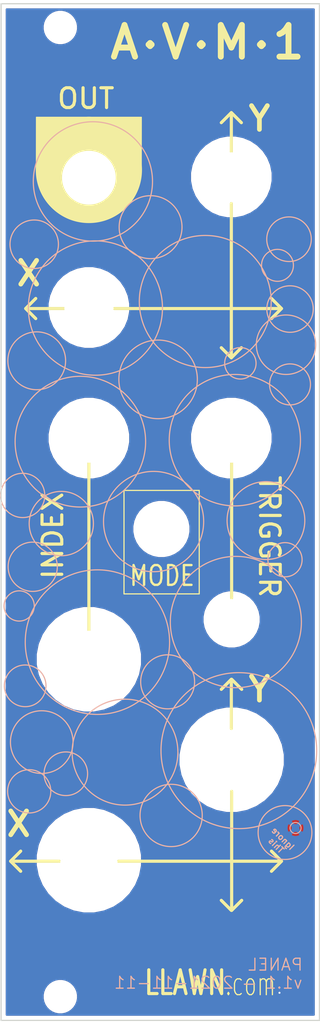
<source format=kicad_pcb>
(kicad_pcb (version 20171130) (host pcbnew "(5.1.10-1-10_14)")

  (general
    (thickness 1.6)
    (drawings 104)
    (tracks 1)
    (zones 0)
    (modules 13)
    (nets 2)
  )

  (page A4)
  (title_block
    (title "AVM1: Front Panel")
    (date 2021-11-11)
    (rev V1.1)
    (company LLAWN.com)
  )

  (layers
    (0 Top signal)
    (31 Bottom signal)
    (34 B.Paste user)
    (35 F.Paste user)
    (36 B.SilkS user)
    (37 F.SilkS user)
    (38 B.Mask user)
    (39 F.Mask user)
    (40 Dwgs.User user hide)
    (41 Cmts.User user hide)
    (42 Eco1.User user)
    (43 Eco2.User user)
    (44 Edge.Cuts user)
    (45 Margin user)
    (46 B.CrtYd user)
    (47 F.CrtYd user)
  )

  (setup
    (last_trace_width 0.1524)
    (user_trace_width 1)
    (trace_clearance 0.1524)
    (zone_clearance 0.508)
    (zone_45_only yes)
    (trace_min 0.1524)
    (via_size 0.508)
    (via_drill 0.254)
    (via_min_size 0.508)
    (via_min_drill 0.254)
    (uvia_size 0.508)
    (uvia_drill 0.254)
    (uvias_allowed no)
    (uvia_min_size 0.2)
    (uvia_min_drill 0.1)
    (edge_width 0.15)
    (segment_width 0.2)
    (pcb_text_width 0.3)
    (pcb_text_size 1.5 1.5)
    (mod_edge_width 0.15)
    (mod_text_size 1 1)
    (mod_text_width 0.15)
    (pad_size 1.524 1.524)
    (pad_drill 0.762)
    (pad_to_mask_clearance 0.0508)
    (aux_axis_origin 0 0)
    (visible_elements FFFFFF7F)
    (pcbplotparams
      (layerselection 0x010f0_ffffffff)
      (usegerberextensions true)
      (usegerberattributes false)
      (usegerberadvancedattributes false)
      (creategerberjobfile false)
      (excludeedgelayer true)
      (linewidth 0.100000)
      (plotframeref false)
      (viasonmask false)
      (mode 1)
      (useauxorigin false)
      (hpglpennumber 1)
      (hpglpenspeed 20)
      (hpglpendiameter 15.000000)
      (psnegative false)
      (psa4output false)
      (plotreference true)
      (plotvalue true)
      (plotinvisibletext false)
      (padsonsilk false)
      (subtractmaskfromsilk true)
      (outputformat 1)
      (mirror false)
      (drillshape 0)
      (scaleselection 1)
      (outputdirectory "gerbers/"))
  )

  (net 0 "")
  (net 1 GND)

  (net_class Default "This is the default net class."
    (clearance 0.1524)
    (trace_width 0.1524)
    (via_dia 0.508)
    (via_drill 0.254)
    (uvia_dia 0.508)
    (uvia_drill 0.254)
    (diff_pair_width 0.1524)
    (diff_pair_gap 0.1524)
    (add_net GND)
  )

  (module MountingHole:MountingHole_3.2mm_M3 locked (layer Top) (tedit 56D1B4CB) (tstamp 618E2DB1)
    (at 70.55296 150.34882)
    (descr "Mounting Hole 3.2mm, no annular, M3")
    (tags "mounting hole 3.2mm no annular m3")
    (attr virtual)
    (fp_text reference REF** (at 0 -4.2) (layer F.SilkS) hide
      (effects (font (size 1 1) (thickness 0.15)))
    )
    (fp_text value M3 (at 0 4.2) (layer F.Fab)
      (effects (font (size 1 1) (thickness 0.15)))
    )
    (fp_circle (center 0 0) (end 3.45 0) (layer F.CrtYd) (width 0.05))
    (fp_circle (center 0 0) (end 3.2 0) (layer Cmts.User) (width 0.15))
    (fp_text user %R (at 0.3 0) (layer F.Fab) hide
      (effects (font (size 1 1) (thickness 0.15)))
    )
    (pad 1 np_thru_hole circle (at 0 0) (size 3.2 3.2) (drill 3.2) (layers *.Cu *.Mask))
  )

  (module MountingHole:MountingHole_3.2mm_M3 locked (layer Top) (tedit 56D1B4CB) (tstamp 618E2D98)
    (at 70.55296 27.84882)
    (descr "Mounting Hole 3.2mm, no annular, M3")
    (tags "mounting hole 3.2mm no annular m3")
    (attr virtual)
    (fp_text reference REF** (at 0 -4.2) (layer F.SilkS) hide
      (effects (font (size 1 1) (thickness 0.15)))
    )
    (fp_text value M3 (at 0 4.2) (layer F.Fab)
      (effects (font (size 1 1) (thickness 0.15)))
    )
    (fp_circle (center 0 0) (end 3.45 0) (layer F.CrtYd) (width 0.05))
    (fp_circle (center 0 0) (end 3.2 0) (layer Cmts.User) (width 0.15))
    (fp_text user %R (at 0.3 0) (layer F.Fab) hide
      (effects (font (size 1 1) (thickness 0.15)))
    )
    (pad 1 np_thru_hole circle (at 0 0) (size 3.2 3.2) (drill 3.2) (layers *.Cu *.Mask))
  )

  (module TestPoint:TestPoint_Pad_D1.0mm (layer Bottom) (tedit 5A0F774F) (tstamp 618E2A86)
    (at 100.33 129.032 180)
    (descr "SMD pad as test Point, diameter 1.0mm")
    (tags "test point SMD pad")
    (path /618DD89D)
    (attr virtual)
    (fp_text reference J1 (at 0 1.448) (layer B.SilkS) hide
      (effects (font (size 1 1) (thickness 0.15)) (justify mirror))
    )
    (fp_text value DNP (at 0 -1.55) (layer B.Fab)
      (effects (font (size 1 1) (thickness 0.15)) (justify mirror))
    )
    (fp_circle (center 0 0) (end 0 -0.7) (layer B.SilkS) (width 0.12))
    (fp_circle (center 0 0) (end 1 0) (layer B.CrtYd) (width 0.05))
    (fp_text user %R (at 0 1.45) (layer B.Fab) hide
      (effects (font (size 1 1) (thickness 0.15)) (justify mirror))
    )
    (pad 1 smd circle (at 0 0 180) (size 1 1) (layers Bottom B.Mask)
      (net 1 GND))
  )

  (module jwm_kicad_footprints_misc:MountingHole_7.2mm_For_Potentiometer_Alpha_RD901F-40-00D locked (layer Top) (tedit 5FC8354B) (tstamp 618E120A)
    (at 74.168 133.103)
    (descr "Mounting Hole 6.4mm, no annular, M6, DIN965")
    (tags "mounting hole 6.4mm no annular m6 din965")
    (clearance 3)
    (attr virtual)
    (fp_text reference X (at -8.89 -4.579) (layer F.SilkS)
      (effects (font (size 3 3) (thickness 0.6)))
    )
    (fp_text value MountingHole_7.2mm_For_Potentiometer_Alpha_RD901F-40-00D (at 0 6.5) (layer F.Fab)
      (effects (font (size 1 1) (thickness 0.15)))
    )
    (fp_circle (center 0 0) (end 6.4 0) (layer F.CrtYd) (width 0.05))
    (fp_circle (center 0 0) (end 6 0) (layer Cmts.User) (width 0.15))
    (fp_text user %R (at 0.3 0) (layer F.Fab)
      (effects (font (size 1 1) (thickness 0.15)))
    )
    (pad "" np_thru_hole circle (at 0 0) (size 7.2 7.2) (drill 7.2) (layers *.Cu *.Mask))
  )

  (module jwm_kicad_footprints_misc:MountingHole_7.2mm_For_Potentiometer_Alpha_RD901F-40-00D locked (layer Top) (tedit 5FC8354B) (tstamp 618E3637)
    (at 92.242 120.403)
    (descr "Mounting Hole 6.4mm, no annular, M6, DIN965")
    (tags "mounting hole 6.4mm no annular m6 din965")
    (clearance 3)
    (attr virtual)
    (fp_text reference Y (at 3.516 -8.897) (layer F.SilkS)
      (effects (font (size 3 3) (thickness 0.6)))
    )
    (fp_text value MountingHole_7.2mm_For_Potentiometer_Alpha_RD901F-40-00D (at 0 6.5) (layer F.Fab)
      (effects (font (size 1 1) (thickness 0.15)))
    )
    (fp_circle (center 0 0) (end 6.4 0) (layer F.CrtYd) (width 0.05))
    (fp_circle (center 0 0) (end 6 0) (layer Cmts.User) (width 0.15))
    (fp_text user %R (at 0.3 0) (layer F.Fab)
      (effects (font (size 1 1) (thickness 0.15)))
    )
    (pad "" np_thru_hole circle (at 0 0) (size 7.2 7.2) (drill 7.2) (layers *.Cu *.Mask))
  )

  (module jwm_kicad_footprints_misc:MountingHole_7.2mm_For_Potentiometer_Alpha_RD901F-40-00D locked (layer Top) (tedit 5FC8354B) (tstamp 618E11E8)
    (at 74.168 107.703)
    (descr "Mounting Hole 6.4mm, no annular, M6, DIN965")
    (tags "mounting hole 6.4mm no annular m6 din965")
    (clearance 3)
    (attr virtual)
    (fp_text reference INDEX (at -4.572 -15.628 90) (layer F.SilkS)
      (effects (font (size 2.5 2.5) (thickness 0.4)))
    )
    (fp_text value MountingHole_7.2mm_For_Potentiometer_Alpha_RD901F-40-00D (at 0 6.5) (layer F.Fab)
      (effects (font (size 1 1) (thickness 0.15)))
    )
    (fp_circle (center 0 0) (end 6.4 0) (layer F.CrtYd) (width 0.05))
    (fp_circle (center 0 0) (end 6 0) (layer Cmts.User) (width 0.15))
    (fp_text user %R (at 0.3 0) (layer F.Fab)
      (effects (font (size 1 1) (thickness 0.15)))
    )
    (pad "" np_thru_hole circle (at 0 0) (size 7.2 7.2) (drill 7.2) (layers *.Cu *.Mask))
  )

  (module jwm_kicad_footprints_misc:MountingHole_5.1mm_For_E-Switch_Button_Cap_1R locked (layer Top) (tedit 604D19DF) (tstamp 618E11D7)
    (at 92.238 102.668)
    (descr "Mounting Hole 6.4mm, no annular, M6, DIN965")
    (tags "mounting hole 6.4mm no annular m6 din965")
    (clearance 1)
    (attr virtual)
    (fp_text reference TRIGGER (at 4.79 -10.466 270 unlocked) (layer F.SilkS)
      (effects (font (size 2.5 2.5) (thickness 0.4)))
    )
    (fp_text value MountingHole_5.1mm_For_E-Switch_Button_Cap_1R (at 0 5.334) (layer F.Fab)
      (effects (font (size 1 1) (thickness 0.15)))
    )
    (fp_circle (center 0 0) (end 3 0) (layer F.CrtYd) (width 0.05))
    (fp_circle (center 0 0) (end 2.6 0) (layer Cmts.User) (width 0.15))
    (fp_text user %R (at 0.3 0) (layer F.Fab)
      (effects (font (size 1 1) (thickness 0.15)))
    )
    (pad "" np_thru_hole circle (at 0 0) (size 5.1 5.1) (drill 5.1) (layers *.Cu *.Mask))
  )

  (module jwm_kicad_footprints_misc:MountingHole_5.1mm_For_E-Switch_Button_Cap_1R locked (layer Top) (tedit 604D19DF) (tstamp 618E11C6)
    (at 83.348 91.238)
    (descr "Mounting Hole 6.4mm, no annular, M6, DIN965")
    (tags "mounting hole 6.4mm no annular m6 din965")
    (clearance 1)
    (attr virtual)
    (fp_text reference MODE (at 0.091 5.917) (layer F.SilkS)
      (effects (font (size 2.5 2) (thickness 0.3)))
    )
    (fp_text value MountingHole_5.1mm_For_E-Switch_Button_Cap_1R (at 0 5.334) (layer F.Fab)
      (effects (font (size 1 1) (thickness 0.15)))
    )
    (fp_circle (center 0 0) (end 3 0) (layer F.CrtYd) (width 0.05))
    (fp_circle (center 0 0) (end 2.6 0) (layer Cmts.User) (width 0.15))
    (fp_text user %R (at 0.3 0) (layer F.Fab)
      (effects (font (size 1 1) (thickness 0.15)))
    )
    (pad "" np_thru_hole circle (at 0 0) (size 5.1 5.1) (drill 5.1) (layers *.Cu *.Mask))
  )

  (module jwm_kicad_footprints_misc:MountingHole_6.2mm_For_Jack_3.5mm_QingPu_WQP-PJ398SM locked (layer Top) (tedit 5FC834A0) (tstamp 618E11AA)
    (at 92.202 79.753)
    (descr "Mounting Hole 6.4mm, no annular, M6, DIN965")
    (tags "mounting hole 6.4mm no annular m6 din965")
    (clearance 2)
    (attr virtual)
    (fp_text reference TRIGGER (at 0 -6.5) (layer F.SilkS) hide
      (effects (font (size 1 1) (thickness 0.15)))
    )
    (fp_text value MountingHole_6.2mm_For_Jack_3.5mm_QingPu_WQP-PJ398SM (at 0 6.5) (layer F.Fab)
      (effects (font (size 1 1) (thickness 0.15)))
    )
    (fp_circle (center 0 0) (end 4.4 0) (layer F.CrtYd) (width 0.05))
    (fp_circle (center 0 0) (end 4 0) (layer Cmts.User) (width 0.15))
    (fp_text user %R (at 0.3 0) (layer F.Fab)
      (effects (font (size 1 1) (thickness 0.15)))
    )
    (pad "" np_thru_hole circle (at 0 0) (size 6.2 6.2) (drill 6.2) (layers *.Cu *.Mask))
  )

  (module jwm_kicad_footprints_misc:MountingHole_6.2mm_For_Jack_3.5mm_QingPu_WQP-PJ398SM locked (layer Top) (tedit 5FC834A0) (tstamp 618E1199)
    (at 74.168 79.753)
    (descr "Mounting Hole 6.4mm, no annular, M6, DIN965")
    (tags "mounting hole 6.4mm no annular m6 din965")
    (clearance 2)
    (attr virtual)
    (fp_text reference INDEX (at 0 -6.5) (layer F.SilkS) hide
      (effects (font (size 1 1) (thickness 0.15)))
    )
    (fp_text value MountingHole_6.2mm_For_Jack_3.5mm_QingPu_WQP-PJ398SM (at 0 6.5) (layer F.Fab)
      (effects (font (size 1 1) (thickness 0.15)))
    )
    (fp_circle (center 0 0) (end 4.4 0) (layer F.CrtYd) (width 0.05))
    (fp_circle (center 0 0) (end 4 0) (layer Cmts.User) (width 0.15))
    (fp_text user %R (at 0.3 0) (layer F.Fab)
      (effects (font (size 1 1) (thickness 0.15)))
    )
    (pad "" np_thru_hole circle (at 0 0) (size 6.2 6.2) (drill 6.2) (layers *.Cu *.Mask))
  )

  (module jwm_kicad_footprints_misc:MountingHole_6.2mm_For_Jack_3.5mm_QingPu_WQP-PJ398SM locked (layer Top) (tedit 5FC834A0) (tstamp 618E1187)
    (at 92.202 46.733)
    (descr "Mounting Hole 6.4mm, no annular, M6, DIN965")
    (tags "mounting hole 6.4mm no annular m6 din965")
    (clearance 2)
    (attr virtual)
    (fp_text reference Y (at 3.556 -7.363) (layer F.SilkS)
      (effects (font (size 3 3) (thickness 0.6)))
    )
    (fp_text value MountingHole_6.2mm_For_Jack_3.5mm_QingPu_WQP-PJ398SM (at 0 6.5) (layer F.Fab)
      (effects (font (size 1 1) (thickness 0.15)))
    )
    (fp_circle (center 0 0) (end 4.4 0) (layer F.CrtYd) (width 0.05))
    (fp_circle (center 0 0) (end 4 0) (layer Cmts.User) (width 0.15))
    (fp_text user %R (at 0.3 0) (layer F.Fab)
      (effects (font (size 1 1) (thickness 0.15)))
    )
    (pad "" np_thru_hole circle (at 0 0) (size 6.2 6.2) (drill 6.2) (layers *.Cu *.Mask))
  )

  (module jwm_kicad_footprints_misc:MountingHole_6.2mm_For_Jack_3.5mm_QingPu_WQP-PJ398SM locked (layer Top) (tedit 5FC834A0) (tstamp 618E1147)
    (at 74.168 63.243)
    (descr "Mounting Hole 6.4mm, no annular, M6, DIN965")
    (tags "mounting hole 6.4mm no annular m6 din965")
    (clearance 2)
    (attr virtual)
    (fp_text reference X (at -7.62 -4.315) (layer F.SilkS)
      (effects (font (size 3 3) (thickness 0.6)))
    )
    (fp_text value MountingHole_6.2mm_For_Jack_3.5mm_QingPu_WQP-PJ398SM (at 0 6.5) (layer F.Fab)
      (effects (font (size 1 1) (thickness 0.15)))
    )
    (fp_circle (center 0 0) (end 4.4 0) (layer F.CrtYd) (width 0.05))
    (fp_circle (center 0 0) (end 4 0) (layer Cmts.User) (width 0.15))
    (fp_text user %R (at 0.3 0) (layer F.Fab)
      (effects (font (size 1 1) (thickness 0.15)))
    )
    (pad "" np_thru_hole circle (at 0 0) (size 6.2 6.2) (drill 6.2) (layers *.Cu *.Mask))
  )

  (module jwm_kicad_footprints_misc:MountingHole_6.2mm_For_Jack_3.5mm_QingPu_WQP-PJ398SM locked (layer Top) (tedit 5FC834A0) (tstamp 618E111D)
    (at 74.168 46.733)
    (descr "Mounting Hole 6.4mm, no annular, M6, DIN965")
    (tags "mounting hole 6.4mm no annular m6 din965")
    (clearance 2)
    (attr virtual)
    (fp_text reference OUT (at -0.381 -9.903) (layer F.SilkS)
      (effects (font (size 2.5 2.5) (thickness 0.4)))
    )
    (fp_text value MountingHole_6.2mm_For_Jack_3.5mm_QingPu_WQP-PJ398SM (at 0 6.5) (layer F.Fab)
      (effects (font (size 1 1) (thickness 0.15)))
    )
    (fp_circle (center 0 0) (end 4 0) (layer Cmts.User) (width 0.15))
    (fp_circle (center 0 0) (end 4.4 0) (layer F.CrtYd) (width 0.05))
    (fp_text user %R (at 0.3 0) (layer F.Fab)
      (effects (font (size 1 1) (thickness 0.15)))
    )
    (pad "" np_thru_hole circle (at 0 0) (size 6.2 6.2) (drill 6.2) (layers *.Cu *.Mask))
  )

  (gr_text PANEL (at 97.79 146.304) (layer B.SilkS) (tstamp 6192A30F)
    (effects (font (size 1.5 1.5) (thickness 0.16)) (justify mirror))
  )
  (gr_poly (pts (xy 67.31 142.748) (xy 68.199 146.05) (xy 74.93 145.415) (xy 74.676 142.367)) (layer B.Mask) (width 0.1) (tstamp 618E3BE2))
  (gr_poly (pts (xy 75.438 142.24) (xy 75.692 145.288) (xy 76.835 145.161) (xy 76.962 142.24)) (layer B.Mask) (width 0.1) (tstamp 618E3BE1))
  (gr_poly (pts (xy 81.026 141.986) (xy 82.169 144.78) (xy 83.82 144.526) (xy 83.312 141.859)) (layer B.Mask) (width 0.1) (tstamp 618E3BE0))
  (gr_poly (pts (xy 88.392 141.605) (xy 88.138 144.272) (xy 89.535 144.145) (xy 89.154 141.605)) (layer B.Mask) (width 0.1) (tstamp 618E3BDF))
  (gr_poly (pts (xy 90.043 141.605) (xy 90.678 144.018) (xy 99.822 143.129) (xy 99.822 141.097)) (layer B.Mask) (width 0.1) (tstamp 618E3BDE))
  (gr_poly (pts (xy 77.851 142.24) (xy 77.724 145.034) (xy 78.994 144.907) (xy 78.867 142.113) (xy 77.851 142.113)) (layer B.Mask) (width 0.1) (tstamp 618E3BDD))
  (gr_poly (pts (xy 79.375 142.113) (xy 80.391 142.113) (xy 81.026 144.907) (xy 79.375 145.034)) (layer B.Mask) (width 0.1) (tstamp 618E3BDC))
  (gr_poly (pts (xy 84.074 141.859) (xy 84.328 144.526) (xy 84.963 144.399) (xy 84.836 141.859)) (layer B.Mask) (width 0.1) (tstamp 618E3BDB))
  (gr_poly (pts (xy 85.725 141.732) (xy 85.598 144.399) (xy 87.122 144.272) (xy 87.376 141.732)) (layer B.Mask) (width 0.1) (tstamp 618E3BDA))
  (gr_text A·V·M·1 (at 89.154 29.718) (layer F.SilkS) (tstamp 618E384D)
    (effects (font (size 4 4) (thickness 0.75)))
  )
  (gr_line (start 92.202 110.236) (end 92.202 116.459) (layer F.SilkS) (width 0.4) (tstamp 618E22B3))
  (gr_line (start 91.948 25.4) (end 74.422 25.4) (layer Dwgs.User) (width 0.15) (tstamp 618E350D))
  (gr_line (start 91.948 33.782) (end 91.948 25.4) (layer Dwgs.User) (width 0.15))
  (gr_line (start 74.422 33.782) (end 91.948 33.782) (layer Dwgs.User) (width 0.15))
  (gr_line (start 74.422 25.4) (end 74.422 33.782) (layer Dwgs.User) (width 0.15))
  (gr_line (start 78.613 99.441) (end 88.138 99.441) (layer F.SilkS) (width 0.15) (tstamp 618E22F9))
  (gr_line (start 88.138 99.441) (end 88.138 86.36) (layer F.SilkS) (width 0.15) (tstamp 618E22F8))
  (gr_line (start 88.138 86.36) (end 78.613 86.36) (layer F.SilkS) (width 0.15) (tstamp 618E22F7))
  (gr_line (start 78.613 86.36) (end 78.613 99.441) (layer F.SilkS) (width 0.15) (tstamp 618E22F6))
  (gr_line (start 92.238 82.804) (end 92.238 99.949) (layer F.SilkS) (width 0.4) (tstamp 618E22F5))
  (gr_line (start 74.168 82.677) (end 74.168 104.14) (layer F.SilkS) (width 0.4) (tstamp 618E22F4))
  (gr_line (start 98.552 63.373) (end 97.282 64.643) (layer F.SilkS) (width 0.4) (tstamp 618E22D9))
  (gr_line (start 98.552 63.373) (end 97.282 62.103) (layer F.SilkS) (width 0.4) (tstamp 618E22D8))
  (gr_line (start 92.202 38.608) (end 90.932 39.878) (layer F.SilkS) (width 0.4) (tstamp 618E22D7))
  (gr_line (start 92.202 38.608) (end 93.472 39.878) (layer F.SilkS) (width 0.4) (tstamp 618E22D6))
  (gr_line (start 66.167 63.37) (end 67.437 62.1) (layer F.SilkS) (width 0.4) (tstamp 618E22D5))
  (gr_line (start 66.167 63.373) (end 67.437 64.643) (layer F.SilkS) (width 0.4) (tstamp 618E22D4))
  (gr_line (start 90.932 68.326) (end 92.202 69.596) (layer F.SilkS) (width 0.4) (tstamp 618E22D3))
  (gr_line (start 92.202 69.596) (end 93.472 68.326) (layer F.SilkS) (width 0.4) (tstamp 618E22D2))
  (gr_circle (center 74.168 45.847) (end 80.815816 45.847) (layer F.SilkS) (width 0.15) (tstamp 618E22D1))
  (gr_poly (pts (xy 80.815816 45.847) (xy 80.825658 39.1795) (xy 67.510342 39.1795) (xy 67.5005 45.847) (xy 68.961 44.323) (xy 70.485 43.561) (xy 72.517 42.164) (xy 75.184 42.037) (xy 77.851 43.18) (xy 79.629 46.101)) (layer F.SilkS) (width 0.1) (tstamp 618E22D0))
  (gr_circle (center 74.168 46.836337) (end 78.668 46.836337) (layer F.SilkS) (width 2.2) (tstamp 618E22CF))
  (gr_circle (center 74.168 45.7835) (end 80.3275 45.7835) (layer F.SilkS) (width 1) (tstamp 618E22CE))
  (gr_circle (center 74.168 45.7835) (end 79.756 45.7835) (layer F.SilkS) (width 1) (tstamp 618E22CD))
  (gr_line (start 92.202 38.608) (end 92.202 43.561) (layer F.SilkS) (width 0.4) (tstamp 618E22CC))
  (gr_line (start 92.202 69.596) (end 92.202 50.1015) (layer F.SilkS) (width 0.4) (tstamp 618E22CB))
  (gr_line (start 66.167 63.373) (end 70.993 63.373) (layer F.SilkS) (width 0.4) (tstamp 618E22CA))
  (gr_line (start 98.552 63.373) (end 77.4065 63.373) (layer F.SilkS) (width 0.4) (tstamp 618E22C9))
  (gr_line (start 92.242 139.446) (end 93.512 138.176) (layer F.SilkS) (width 0.4) (tstamp 618E22BB))
  (gr_line (start 90.932 138.176) (end 92.202 139.446) (layer F.SilkS) (width 0.4) (tstamp 618E22BA))
  (gr_line (start 98.552 133.223) (end 97.282 131.953) (layer F.SilkS) (width 0.4) (tstamp 618E22B9))
  (gr_line (start 98.552 133.23) (end 97.282 134.5) (layer F.SilkS) (width 0.4) (tstamp 618E22B8))
  (gr_line (start 92.242 110.236) (end 93.512 111.506) (layer F.SilkS) (width 0.4) (tstamp 618E22B7))
  (gr_line (start 92.202 110.236) (end 90.932 111.506) (layer F.SilkS) (width 0.4) (tstamp 618E22B6))
  (gr_line (start 64.262 133.23) (end 65.532 134.5) (layer F.SilkS) (width 0.4) (tstamp 618E22B5))
  (gr_line (start 64.262 133.223) (end 65.532 131.953) (layer F.SilkS) (width 0.4) (tstamp 618E22B4))
  (gr_line (start 92.242 139.446) (end 92.242 124.3965) (layer F.SilkS) (width 0.4) (tstamp 618E22B2))
  (gr_line (start 64.262 133.23) (end 70.4215 133.23) (layer F.SilkS) (width 0.4) (tstamp 618E22B1))
  (gr_line (start 98.552 133.23) (end 77.9145 133.23) (layer F.SilkS) (width 0.4) (tstamp 618E22B0))
  (gr_text "Ignore\nThis" (at 98.298 130.81 -45) (layer B.SilkS)
    (effects (font (size 0.75 0.75) (thickness 0.16)) (justify mirror))
  )
  (gr_line (start 103.35296 24.84882) (end 103.35296 153.34882) (layer Edge.Cuts) (width 0.15) (tstamp 618E133D))
  (gr_line (start 63.05296 153.34882) (end 103.35296 153.34882) (layer Edge.Cuts) (width 0.15))
  (gr_line (start 63.05296 24.84882) (end 103.35296 24.84882) (layer Edge.Cuts) (width 0.15))
  (gr_line (start 63.05296 24.84882) (end 63.05296 153.34882) (layer Edge.Cuts) (width 0.15))
  (gr_line (start 101.917 39.003) (end 64.417 39.003) (layer Dwgs.User) (width 1))
  (gr_line (start 101.917 139.003) (end 101.917 39.003) (layer Dwgs.User) (width 1))
  (gr_line (start 64.417 139.003) (end 101.917 139.003) (layer Dwgs.User) (width 1))
  (gr_line (start 64.417 39.003) (end 64.417 139.003) (layer Dwgs.User) (width 1))
  (gr_text "v1.1 — 2021-11-11" (at 89.281 148.59) (layer B.SilkS)
    (effects (font (size 1.5 1.5) (thickness 0.16)) (justify mirror))
  )
  (gr_circle (center 98.9965 129.6035) (end 98.4885 132.969) (layer B.SilkS) (width 0.15))
  (gr_circle (center 84.582 127.4445) (end 84.6455 131.3815) (layer B.SilkS) (width 0.15))
  (gr_circle (center 71.247 122.174) (end 70.5485 124.841) (layer B.SilkS) (width 0.15))
  (gr_circle (center 66.6115 124.3965) (end 66.7385 127.127) (layer B.SilkS) (width 0.15))
  (gr_circle (center 65.786 86.995) (end 65.659 89.789) (layer B.SilkS) (width 0.15))
  (gr_circle (center 81.9785 53.086) (end 82.55 57.023) (layer B.SilkS) (width 0.15))
  (gr_circle (center 98.044 57.912) (end 97.5995 59.8805) (layer B.SilkS) (width 0.15))
  (gr_circle (center 99.6315 63.4365) (end 99.314 60.5155) (layer B.SilkS) (width 0.15))
  (gr_circle (center 93.345 70.2945) (end 94.234 72.0725) (layer B.SilkS) (width 0.15))
  (gr_circle (center 99.6315 72.9615) (end 99.1235 75.5015) (layer B.SilkS) (width 0.15))
  (gr_circle (center 98.9965 95.123) (end 98.8695 97.282) (layer B.SilkS) (width 0.15))
  (gr_circle (center 84.1375 110.5535) (end 83.566 113.919) (layer B.SilkS) (width 0.15))
  (gr_circle (center 66.1035 111.0615) (end 66.802 113.6015) (layer B.SilkS) (width 0.15))
  (gr_circle (center 65.3415 100.965) (end 65.8495 102.8065) (layer B.SilkS) (width 0.15))
  (gr_circle (center 67.056 96.012) (end 66.421 99.06) (layer B.SilkS) (width 0.15))
  (gr_circle (center 67.564 69.977) (end 66.294 73.406) (layer B.SilkS) (width 0.15))
  (gr_circle (center 99.1235 67.945) (end 97.2185 71.1835) (layer B.SilkS) (width 0.15))
  (gr_circle (center 99.5045 54.61) (end 98.806 57.3405) (layer B.SilkS) (width 0.15))
  (gr_circle (center 67.2465 55.245) (end 66.929 58.293) (layer B.SilkS) (width 0.15))
  (gr_circle (center 82.931 72.3265) (end 82.55 77.2795) (layer B.SilkS) (width 0.15))
  (gr_circle (center 96.5835 90.17) (end 95.631 94.996) (layer B.SilkS) (width 0.15))
  (gr_circle (center 70.6755 90.551) (end 70.5485 94.615) (layer B.SilkS) (width 0.15))
  (gr_circle (center 68.199 118.1735) (end 68.6435 122.1105) (layer B.SilkS) (width 0.15))
  (gr_circle (center 78.74 119.4435) (end 74.168 124.333) (layer B.SilkS) (width 0.15))
  (gr_circle (center 93.1545 119.253) (end 88.519 127.9525) (layer B.SilkS) (width 0.15))
  (gr_circle (center 92.7735 102.997) (end 97.536 109.7915) (layer B.SilkS) (width 0.15))
  (gr_circle (center 75.2475 105.537) (end 72.4535 114.2365) (layer B.SilkS) (width 0.15))
  (gr_circle (center 82.3595 90.297) (end 81.153 96.52) (layer B.SilkS) (width 0.15))
  (gr_circle (center 73.0885 80.2005) (end 72.771 88.4555) (layer B.SilkS) (width 0.15))
  (gr_circle (center 92.6465 80.01) (end 90.932 88.138) (layer B.SilkS) (width 0.15))
  (gr_circle (center 88.9 62.484) (end 85.217 69.977) (layer B.SilkS) (width 0.15))
  (gr_circle (center 74.9935 63.3095) (end 78.1685 71.1835) (layer B.SilkS) (width 0.15))
  (gr_circle (center 74.676 47.3075) (end 75.565 54.8005) (layer B.SilkS) (width 0.15))
  (gr_poly (pts (xy 85.725 141.732) (xy 85.598 144.399) (xy 87.122 144.272) (xy 87.376 141.732)) (layer F.Mask) (width 0.1) (tstamp 618E228B))
  (gr_poly (pts (xy 84.074 141.859) (xy 84.328 144.526) (xy 84.963 144.399) (xy 84.836 141.859)) (layer F.Mask) (width 0.1) (tstamp 618E2288))
  (gr_poly (pts (xy 79.375 142.113) (xy 80.391 142.113) (xy 81.026 144.907) (xy 79.375 145.034)) (layer F.Mask) (width 0.1) (tstamp 618E2285))
  (gr_poly (pts (xy 77.851 142.24) (xy 77.724 145.034) (xy 78.994 144.907) (xy 78.867 142.113) (xy 77.851 142.113)) (layer F.Mask) (width 0.1) (tstamp 618E2282))
  (gr_poly (pts (xy 90.043 141.605) (xy 90.678 144.018) (xy 99.822 143.129) (xy 99.822 141.097)) (layer F.Mask) (width 0.1) (tstamp 618E227F))
  (gr_poly (pts (xy 88.392 141.605) (xy 88.138 144.272) (xy 89.535 144.145) (xy 89.154 141.605)) (layer F.Mask) (width 0.1) (tstamp 618E227C))
  (gr_poly (pts (xy 81.026 141.986) (xy 82.169 144.78) (xy 83.82 144.526) (xy 83.312 141.859)) (layer F.Mask) (width 0.1) (tstamp 618E2279))
  (gr_poly (pts (xy 75.438 142.24) (xy 75.692 145.288) (xy 76.835 145.161) (xy 76.962 142.24)) (layer F.Mask) (width 0.1) (tstamp 618E2276))
  (gr_poly (pts (xy 67.31 142.748) (xy 68.199 146.05) (xy 74.93 145.415) (xy 74.676 142.367)) (layer F.Mask) (width 0.1) (tstamp 618E2273))
  (gr_text .com (at 94.615 148.717) (layer F.SilkS) (tstamp 604D79F5)
    (effects (font (size 3 1.8) (thickness 0.16)))
  )
  (gr_text LLAWN (at 86.36 148.59) (layer F.SilkS) (tstamp 618E35A6)
    (effects (font (size 3 2.2) (thickness 0.4)))
  )

  (via (at 98.298 149.86) (size 0.508) (drill 0.254) (layers Top Bottom) (net 1))

  (zone (net 1) (net_name GND) (layer Bottom) (tstamp 6192A339) (hatch edge 0.508)
    (connect_pads (clearance 0.508))
    (min_thickness 0.254)
    (fill yes (arc_segments 32) (thermal_gap 0.508) (thermal_bridge_width 0.508))
    (polygon
      (pts
        (xy 103.378 153.416) (xy 62.992 153.416) (xy 62.992 24.892) (xy 103.378 24.892)
      )
    )
    (filled_polygon
      (pts
        (xy 102.642961 152.63882) (xy 63.76296 152.63882) (xy 63.76296 150.128692) (xy 68.31796 150.128692) (xy 68.31796 150.568948)
        (xy 68.40385 151.000745) (xy 68.572329 151.407489) (xy 68.816922 151.773549) (xy 69.128231 152.084858) (xy 69.494291 152.329451)
        (xy 69.901035 152.49793) (xy 70.332832 152.58382) (xy 70.773088 152.58382) (xy 71.204885 152.49793) (xy 71.611629 152.329451)
        (xy 71.977689 152.084858) (xy 72.288998 151.773549) (xy 72.533591 151.407489) (xy 72.70207 151.000745) (xy 72.78796 150.568948)
        (xy 72.78796 150.128692) (xy 72.70207 149.696895) (xy 72.533591 149.290151) (xy 72.288998 148.924091) (xy 71.977689 148.612782)
        (xy 71.611629 148.368189) (xy 71.204885 148.19971) (xy 70.773088 148.11382) (xy 70.332832 148.11382) (xy 69.901035 148.19971)
        (xy 69.494291 148.368189) (xy 69.128231 148.612782) (xy 68.816922 148.924091) (xy 68.572329 149.290151) (xy 68.40385 149.696895)
        (xy 68.31796 150.128692) (xy 63.76296 150.128692) (xy 63.76296 132.440448) (xy 67.441 132.440448) (xy 67.441 133.765552)
        (xy 67.699515 135.065193) (xy 68.20661 136.289429) (xy 68.942798 137.391212) (xy 69.879788 138.328202) (xy 70.981571 139.06439)
        (xy 72.205807 139.571485) (xy 73.505448 139.83) (xy 74.830552 139.83) (xy 76.130193 139.571485) (xy 77.354429 139.06439)
        (xy 78.456212 138.328202) (xy 79.393202 137.391212) (xy 80.12939 136.289429) (xy 80.636485 135.065193) (xy 80.895 133.765552)
        (xy 80.895 132.440448) (xy 80.636485 131.140807) (xy 80.12939 129.916571) (xy 80.058293 129.810166) (xy 99.731439 129.810166)
        (xy 99.76655 130.023588) (xy 99.970826 130.114458) (xy 100.188905 130.163731) (xy 100.412406 130.169511) (xy 100.63274 130.131577)
        (xy 100.84144 130.051387) (xy 100.89345 130.023588) (xy 100.928561 129.810166) (xy 100.33 129.211605) (xy 99.731439 129.810166)
        (xy 80.058293 129.810166) (xy 79.593401 129.114406) (xy 99.192489 129.114406) (xy 99.230423 129.33474) (xy 99.310613 129.54344)
        (xy 99.338412 129.59545) (xy 99.551834 129.630561) (xy 100.150395 129.032) (xy 100.509605 129.032) (xy 101.108166 129.630561)
        (xy 101.321588 129.59545) (xy 101.412458 129.391174) (xy 101.461731 129.173095) (xy 101.467511 128.949594) (xy 101.429577 128.72926)
        (xy 101.349387 128.52056) (xy 101.321588 128.46855) (xy 101.108166 128.433439) (xy 100.509605 129.032) (xy 100.150395 129.032)
        (xy 99.551834 128.433439) (xy 99.338412 128.46855) (xy 99.247542 128.672826) (xy 99.198269 128.890905) (xy 99.192489 129.114406)
        (xy 79.593401 129.114406) (xy 79.393202 128.814788) (xy 78.832248 128.253834) (xy 99.731439 128.253834) (xy 100.33 128.852395)
        (xy 100.928561 128.253834) (xy 100.89345 128.040412) (xy 100.689174 127.949542) (xy 100.471095 127.900269) (xy 100.247594 127.894489)
        (xy 100.02726 127.932423) (xy 99.81856 128.012613) (xy 99.76655 128.040412) (xy 99.731439 128.253834) (xy 78.832248 128.253834)
        (xy 78.456212 127.877798) (xy 77.354429 127.14161) (xy 76.130193 126.634515) (xy 74.830552 126.376) (xy 73.505448 126.376)
        (xy 72.205807 126.634515) (xy 70.981571 127.14161) (xy 69.879788 127.877798) (xy 68.942798 128.814788) (xy 68.20661 129.916571)
        (xy 67.699515 131.140807) (xy 67.441 132.440448) (xy 63.76296 132.440448) (xy 63.76296 119.740448) (xy 85.515 119.740448)
        (xy 85.515 121.065552) (xy 85.773515 122.365193) (xy 86.28061 123.589429) (xy 87.016798 124.691212) (xy 87.953788 125.628202)
        (xy 89.055571 126.36439) (xy 90.279807 126.871485) (xy 91.579448 127.13) (xy 92.904552 127.13) (xy 94.204193 126.871485)
        (xy 95.428429 126.36439) (xy 96.530212 125.628202) (xy 97.467202 124.691212) (xy 98.20339 123.589429) (xy 98.710485 122.365193)
        (xy 98.969 121.065552) (xy 98.969 119.740448) (xy 98.710485 118.440807) (xy 98.20339 117.216571) (xy 97.467202 116.114788)
        (xy 96.530212 115.177798) (xy 95.428429 114.44161) (xy 94.204193 113.934515) (xy 92.904552 113.676) (xy 91.579448 113.676)
        (xy 90.279807 113.934515) (xy 89.055571 114.44161) (xy 87.953788 115.177798) (xy 87.016798 116.114788) (xy 86.28061 117.216571)
        (xy 85.773515 118.440807) (xy 85.515 119.740448) (xy 63.76296 119.740448) (xy 63.76296 107.040448) (xy 67.441 107.040448)
        (xy 67.441 108.365552) (xy 67.699515 109.665193) (xy 68.20661 110.889429) (xy 68.942798 111.991212) (xy 69.879788 112.928202)
        (xy 70.981571 113.66439) (xy 72.205807 114.171485) (xy 73.505448 114.43) (xy 74.830552 114.43) (xy 76.130193 114.171485)
        (xy 77.354429 113.66439) (xy 78.456212 112.928202) (xy 79.393202 111.991212) (xy 80.12939 110.889429) (xy 80.636485 109.665193)
        (xy 80.895 108.365552) (xy 80.895 107.040448) (xy 80.636485 105.740807) (xy 80.12939 104.516571) (xy 79.393202 103.414788)
        (xy 78.456212 102.477798) (xy 78.19887 102.305847) (xy 88.561 102.305847) (xy 88.561 103.030153) (xy 88.702305 103.740541)
        (xy 88.979485 104.409712) (xy 89.381888 105.011951) (xy 89.894049 105.524112) (xy 90.496288 105.926515) (xy 91.165459 106.203695)
        (xy 91.875847 106.345) (xy 92.600153 106.345) (xy 93.310541 106.203695) (xy 93.979712 105.926515) (xy 94.581951 105.524112)
        (xy 95.094112 105.011951) (xy 95.496515 104.409712) (xy 95.773695 103.740541) (xy 95.915 103.030153) (xy 95.915 102.305847)
        (xy 95.773695 101.595459) (xy 95.496515 100.926288) (xy 95.094112 100.324049) (xy 94.581951 99.811888) (xy 93.979712 99.409485)
        (xy 93.310541 99.132305) (xy 92.600153 98.991) (xy 91.875847 98.991) (xy 91.165459 99.132305) (xy 90.496288 99.409485)
        (xy 89.894049 99.811888) (xy 89.381888 100.324049) (xy 88.979485 100.926288) (xy 88.702305 101.595459) (xy 88.561 102.305847)
        (xy 78.19887 102.305847) (xy 77.354429 101.74161) (xy 76.130193 101.234515) (xy 74.830552 100.976) (xy 73.505448 100.976)
        (xy 72.205807 101.234515) (xy 70.981571 101.74161) (xy 69.879788 102.477798) (xy 68.942798 103.414788) (xy 68.20661 104.516571)
        (xy 67.699515 105.740807) (xy 67.441 107.040448) (xy 63.76296 107.040448) (xy 63.76296 90.875847) (xy 79.671 90.875847)
        (xy 79.671 91.600153) (xy 79.812305 92.310541) (xy 80.089485 92.979712) (xy 80.491888 93.581951) (xy 81.004049 94.094112)
        (xy 81.606288 94.496515) (xy 82.275459 94.773695) (xy 82.985847 94.915) (xy 83.710153 94.915) (xy 84.420541 94.773695)
        (xy 85.089712 94.496515) (xy 85.691951 94.094112) (xy 86.204112 93.581951) (xy 86.606515 92.979712) (xy 86.883695 92.310541)
        (xy 87.025 91.600153) (xy 87.025 90.875847) (xy 86.883695 90.165459) (xy 86.606515 89.496288) (xy 86.204112 88.894049)
        (xy 85.691951 88.381888) (xy 85.089712 87.979485) (xy 84.420541 87.702305) (xy 83.710153 87.561) (xy 82.985847 87.561)
        (xy 82.275459 87.702305) (xy 81.606288 87.979485) (xy 81.004049 88.381888) (xy 80.491888 88.894049) (xy 80.089485 89.496288)
        (xy 79.812305 90.165459) (xy 79.671 90.875847) (xy 63.76296 90.875847) (xy 63.76296 79.238185) (xy 68.941 79.238185)
        (xy 68.941 80.267815) (xy 69.141871 81.27766) (xy 69.535893 82.228913) (xy 70.107924 83.085018) (xy 70.835982 83.813076)
        (xy 71.692087 84.385107) (xy 72.64334 84.779129) (xy 73.653185 84.98) (xy 74.682815 84.98) (xy 75.69266 84.779129)
        (xy 76.643913 84.385107) (xy 77.500018 83.813076) (xy 78.228076 83.085018) (xy 78.800107 82.228913) (xy 79.194129 81.27766)
        (xy 79.395 80.267815) (xy 79.395 79.238185) (xy 86.975 79.238185) (xy 86.975 80.267815) (xy 87.175871 81.27766)
        (xy 87.569893 82.228913) (xy 88.141924 83.085018) (xy 88.869982 83.813076) (xy 89.726087 84.385107) (xy 90.67734 84.779129)
        (xy 91.687185 84.98) (xy 92.716815 84.98) (xy 93.72666 84.779129) (xy 94.677913 84.385107) (xy 95.534018 83.813076)
        (xy 96.262076 83.085018) (xy 96.834107 82.228913) (xy 97.228129 81.27766) (xy 97.429 80.267815) (xy 97.429 79.238185)
        (xy 97.228129 78.22834) (xy 96.834107 77.277087) (xy 96.262076 76.420982) (xy 95.534018 75.692924) (xy 94.677913 75.120893)
        (xy 93.72666 74.726871) (xy 92.716815 74.526) (xy 91.687185 74.526) (xy 90.67734 74.726871) (xy 89.726087 75.120893)
        (xy 88.869982 75.692924) (xy 88.141924 76.420982) (xy 87.569893 77.277087) (xy 87.175871 78.22834) (xy 86.975 79.238185)
        (xy 79.395 79.238185) (xy 79.194129 78.22834) (xy 78.800107 77.277087) (xy 78.228076 76.420982) (xy 77.500018 75.692924)
        (xy 76.643913 75.120893) (xy 75.69266 74.726871) (xy 74.682815 74.526) (xy 73.653185 74.526) (xy 72.64334 74.726871)
        (xy 71.692087 75.120893) (xy 70.835982 75.692924) (xy 70.107924 76.420982) (xy 69.535893 77.277087) (xy 69.141871 78.22834)
        (xy 68.941 79.238185) (xy 63.76296 79.238185) (xy 63.76296 62.728185) (xy 68.941 62.728185) (xy 68.941 63.757815)
        (xy 69.141871 64.76766) (xy 69.535893 65.718913) (xy 70.107924 66.575018) (xy 70.835982 67.303076) (xy 71.692087 67.875107)
        (xy 72.64334 68.269129) (xy 73.653185 68.47) (xy 74.682815 68.47) (xy 75.69266 68.269129) (xy 76.643913 67.875107)
        (xy 77.500018 67.303076) (xy 78.228076 66.575018) (xy 78.800107 65.718913) (xy 79.194129 64.76766) (xy 79.395 63.757815)
        (xy 79.395 62.728185) (xy 79.194129 61.71834) (xy 78.800107 60.767087) (xy 78.228076 59.910982) (xy 77.500018 59.182924)
        (xy 76.643913 58.610893) (xy 75.69266 58.216871) (xy 74.682815 58.016) (xy 73.653185 58.016) (xy 72.64334 58.216871)
        (xy 71.692087 58.610893) (xy 70.835982 59.182924) (xy 70.107924 59.910982) (xy 69.535893 60.767087) (xy 69.141871 61.71834)
        (xy 68.941 62.728185) (xy 63.76296 62.728185) (xy 63.76296 46.218185) (xy 68.941 46.218185) (xy 68.941 47.247815)
        (xy 69.141871 48.25766) (xy 69.535893 49.208913) (xy 70.107924 50.065018) (xy 70.835982 50.793076) (xy 71.692087 51.365107)
        (xy 72.64334 51.759129) (xy 73.653185 51.96) (xy 74.682815 51.96) (xy 75.69266 51.759129) (xy 76.643913 51.365107)
        (xy 77.500018 50.793076) (xy 78.228076 50.065018) (xy 78.800107 49.208913) (xy 79.194129 48.25766) (xy 79.395 47.247815)
        (xy 79.395 46.218185) (xy 86.975 46.218185) (xy 86.975 47.247815) (xy 87.175871 48.25766) (xy 87.569893 49.208913)
        (xy 88.141924 50.065018) (xy 88.869982 50.793076) (xy 89.726087 51.365107) (xy 90.67734 51.759129) (xy 91.687185 51.96)
        (xy 92.716815 51.96) (xy 93.72666 51.759129) (xy 94.677913 51.365107) (xy 95.534018 50.793076) (xy 96.262076 50.065018)
        (xy 96.834107 49.208913) (xy 97.228129 48.25766) (xy 97.429 47.247815) (xy 97.429 46.218185) (xy 97.228129 45.20834)
        (xy 96.834107 44.257087) (xy 96.262076 43.400982) (xy 95.534018 42.672924) (xy 94.677913 42.100893) (xy 93.72666 41.706871)
        (xy 92.716815 41.506) (xy 91.687185 41.506) (xy 90.67734 41.706871) (xy 89.726087 42.100893) (xy 88.869982 42.672924)
        (xy 88.141924 43.400982) (xy 87.569893 44.257087) (xy 87.175871 45.20834) (xy 86.975 46.218185) (xy 79.395 46.218185)
        (xy 79.194129 45.20834) (xy 78.800107 44.257087) (xy 78.228076 43.400982) (xy 77.500018 42.672924) (xy 76.643913 42.100893)
        (xy 75.69266 41.706871) (xy 74.682815 41.506) (xy 73.653185 41.506) (xy 72.64334 41.706871) (xy 71.692087 42.100893)
        (xy 70.835982 42.672924) (xy 70.107924 43.400982) (xy 69.535893 44.257087) (xy 69.141871 45.20834) (xy 68.941 46.218185)
        (xy 63.76296 46.218185) (xy 63.76296 27.628692) (xy 68.31796 27.628692) (xy 68.31796 28.068948) (xy 68.40385 28.500745)
        (xy 68.572329 28.907489) (xy 68.816922 29.273549) (xy 69.128231 29.584858) (xy 69.494291 29.829451) (xy 69.901035 29.99793)
        (xy 70.332832 30.08382) (xy 70.773088 30.08382) (xy 71.204885 29.99793) (xy 71.611629 29.829451) (xy 71.977689 29.584858)
        (xy 72.288998 29.273549) (xy 72.533591 28.907489) (xy 72.70207 28.500745) (xy 72.78796 28.068948) (xy 72.78796 27.628692)
        (xy 72.70207 27.196895) (xy 72.533591 26.790151) (xy 72.288998 26.424091) (xy 71.977689 26.112782) (xy 71.611629 25.868189)
        (xy 71.204885 25.69971) (xy 70.773088 25.61382) (xy 70.332832 25.61382) (xy 69.901035 25.69971) (xy 69.494291 25.868189)
        (xy 69.128231 26.112782) (xy 68.816922 26.424091) (xy 68.572329 26.790151) (xy 68.40385 27.196895) (xy 68.31796 27.628692)
        (xy 63.76296 27.628692) (xy 63.76296 25.55882) (xy 102.64296 25.55882)
      )
    )
  )
  (zone (net 1) (net_name GND) (layer Top) (tstamp 6192A336) (hatch edge 0.508)
    (connect_pads (clearance 0.508))
    (min_thickness 0.254)
    (fill yes (arc_segments 32) (thermal_gap 0.508) (thermal_bridge_width 0.508))
    (polygon
      (pts
        (xy 103.378 24.892) (xy 103.378 153.416) (xy 62.992 153.416) (xy 62.992 24.892)
      )
    )
    (filled_polygon
      (pts
        (xy 102.642961 152.63882) (xy 63.76296 152.63882) (xy 63.76296 150.128692) (xy 68.31796 150.128692) (xy 68.31796 150.568948)
        (xy 68.40385 151.000745) (xy 68.572329 151.407489) (xy 68.816922 151.773549) (xy 69.128231 152.084858) (xy 69.494291 152.329451)
        (xy 69.901035 152.49793) (xy 70.332832 152.58382) (xy 70.773088 152.58382) (xy 71.204885 152.49793) (xy 71.611629 152.329451)
        (xy 71.977689 152.084858) (xy 72.288998 151.773549) (xy 72.533591 151.407489) (xy 72.70207 151.000745) (xy 72.78796 150.568948)
        (xy 72.78796 150.128692) (xy 72.70207 149.696895) (xy 72.533591 149.290151) (xy 72.288998 148.924091) (xy 71.977689 148.612782)
        (xy 71.611629 148.368189) (xy 71.204885 148.19971) (xy 70.773088 148.11382) (xy 70.332832 148.11382) (xy 69.901035 148.19971)
        (xy 69.494291 148.368189) (xy 69.128231 148.612782) (xy 68.816922 148.924091) (xy 68.572329 149.290151) (xy 68.40385 149.696895)
        (xy 68.31796 150.128692) (xy 63.76296 150.128692) (xy 63.76296 132.440448) (xy 67.441 132.440448) (xy 67.441 133.765552)
        (xy 67.699515 135.065193) (xy 68.20661 136.289429) (xy 68.942798 137.391212) (xy 69.879788 138.328202) (xy 70.981571 139.06439)
        (xy 72.205807 139.571485) (xy 73.505448 139.83) (xy 74.830552 139.83) (xy 76.130193 139.571485) (xy 77.354429 139.06439)
        (xy 78.456212 138.328202) (xy 79.393202 137.391212) (xy 80.12939 136.289429) (xy 80.636485 135.065193) (xy 80.895 133.765552)
        (xy 80.895 132.440448) (xy 80.636485 131.140807) (xy 80.12939 129.916571) (xy 79.393202 128.814788) (xy 78.456212 127.877798)
        (xy 77.354429 127.14161) (xy 76.130193 126.634515) (xy 74.830552 126.376) (xy 73.505448 126.376) (xy 72.205807 126.634515)
        (xy 70.981571 127.14161) (xy 69.879788 127.877798) (xy 68.942798 128.814788) (xy 68.20661 129.916571) (xy 67.699515 131.140807)
        (xy 67.441 132.440448) (xy 63.76296 132.440448) (xy 63.76296 119.740448) (xy 85.515 119.740448) (xy 85.515 121.065552)
        (xy 85.773515 122.365193) (xy 86.28061 123.589429) (xy 87.016798 124.691212) (xy 87.953788 125.628202) (xy 89.055571 126.36439)
        (xy 90.279807 126.871485) (xy 91.579448 127.13) (xy 92.904552 127.13) (xy 94.204193 126.871485) (xy 95.428429 126.36439)
        (xy 96.530212 125.628202) (xy 97.467202 124.691212) (xy 98.20339 123.589429) (xy 98.710485 122.365193) (xy 98.969 121.065552)
        (xy 98.969 119.740448) (xy 98.710485 118.440807) (xy 98.20339 117.216571) (xy 97.467202 116.114788) (xy 96.530212 115.177798)
        (xy 95.428429 114.44161) (xy 94.204193 113.934515) (xy 92.904552 113.676) (xy 91.579448 113.676) (xy 90.279807 113.934515)
        (xy 89.055571 114.44161) (xy 87.953788 115.177798) (xy 87.016798 116.114788) (xy 86.28061 117.216571) (xy 85.773515 118.440807)
        (xy 85.515 119.740448) (xy 63.76296 119.740448) (xy 63.76296 107.040448) (xy 67.441 107.040448) (xy 67.441 108.365552)
        (xy 67.699515 109.665193) (xy 68.20661 110.889429) (xy 68.942798 111.991212) (xy 69.879788 112.928202) (xy 70.981571 113.66439)
        (xy 72.205807 114.171485) (xy 73.505448 114.43) (xy 74.830552 114.43) (xy 76.130193 114.171485) (xy 77.354429 113.66439)
        (xy 78.456212 112.928202) (xy 79.393202 111.991212) (xy 80.12939 110.889429) (xy 80.636485 109.665193) (xy 80.895 108.365552)
        (xy 80.895 107.040448) (xy 80.636485 105.740807) (xy 80.12939 104.516571) (xy 79.393202 103.414788) (xy 78.456212 102.477798)
        (xy 78.19887 102.305847) (xy 88.561 102.305847) (xy 88.561 103.030153) (xy 88.702305 103.740541) (xy 88.979485 104.409712)
        (xy 89.381888 105.011951) (xy 89.894049 105.524112) (xy 90.496288 105.926515) (xy 91.165459 106.203695) (xy 91.875847 106.345)
        (xy 92.600153 106.345) (xy 93.310541 106.203695) (xy 93.979712 105.926515) (xy 94.581951 105.524112) (xy 95.094112 105.011951)
        (xy 95.496515 104.409712) (xy 95.773695 103.740541) (xy 95.915 103.030153) (xy 95.915 102.305847) (xy 95.773695 101.595459)
        (xy 95.496515 100.926288) (xy 95.094112 100.324049) (xy 94.581951 99.811888) (xy 93.979712 99.409485) (xy 93.310541 99.132305)
        (xy 92.600153 98.991) (xy 91.875847 98.991) (xy 91.165459 99.132305) (xy 90.496288 99.409485) (xy 89.894049 99.811888)
        (xy 89.381888 100.324049) (xy 88.979485 100.926288) (xy 88.702305 101.595459) (xy 88.561 102.305847) (xy 78.19887 102.305847)
        (xy 77.354429 101.74161) (xy 76.130193 101.234515) (xy 74.830552 100.976) (xy 73.505448 100.976) (xy 72.205807 101.234515)
        (xy 70.981571 101.74161) (xy 69.879788 102.477798) (xy 68.942798 103.414788) (xy 68.20661 104.516571) (xy 67.699515 105.740807)
        (xy 67.441 107.040448) (xy 63.76296 107.040448) (xy 63.76296 90.875847) (xy 79.671 90.875847) (xy 79.671 91.600153)
        (xy 79.812305 92.310541) (xy 80.089485 92.979712) (xy 80.491888 93.581951) (xy 81.004049 94.094112) (xy 81.606288 94.496515)
        (xy 82.275459 94.773695) (xy 82.985847 94.915) (xy 83.710153 94.915) (xy 84.420541 94.773695) (xy 85.089712 94.496515)
        (xy 85.691951 94.094112) (xy 86.204112 93.581951) (xy 86.606515 92.979712) (xy 86.883695 92.310541) (xy 87.025 91.600153)
        (xy 87.025 90.875847) (xy 86.883695 90.165459) (xy 86.606515 89.496288) (xy 86.204112 88.894049) (xy 85.691951 88.381888)
        (xy 85.089712 87.979485) (xy 84.420541 87.702305) (xy 83.710153 87.561) (xy 82.985847 87.561) (xy 82.275459 87.702305)
        (xy 81.606288 87.979485) (xy 81.004049 88.381888) (xy 80.491888 88.894049) (xy 80.089485 89.496288) (xy 79.812305 90.165459)
        (xy 79.671 90.875847) (xy 63.76296 90.875847) (xy 63.76296 79.238185) (xy 68.941 79.238185) (xy 68.941 80.267815)
        (xy 69.141871 81.27766) (xy 69.535893 82.228913) (xy 70.107924 83.085018) (xy 70.835982 83.813076) (xy 71.692087 84.385107)
        (xy 72.64334 84.779129) (xy 73.653185 84.98) (xy 74.682815 84.98) (xy 75.69266 84.779129) (xy 76.643913 84.385107)
        (xy 77.500018 83.813076) (xy 78.228076 83.085018) (xy 78.800107 82.228913) (xy 79.194129 81.27766) (xy 79.395 80.267815)
        (xy 79.395 79.238185) (xy 86.975 79.238185) (xy 86.975 80.267815) (xy 87.175871 81.27766) (xy 87.569893 82.228913)
        (xy 88.141924 83.085018) (xy 88.869982 83.813076) (xy 89.726087 84.385107) (xy 90.67734 84.779129) (xy 91.687185 84.98)
        (xy 92.716815 84.98) (xy 93.72666 84.779129) (xy 94.677913 84.385107) (xy 95.534018 83.813076) (xy 96.262076 83.085018)
        (xy 96.834107 82.228913) (xy 97.228129 81.27766) (xy 97.429 80.267815) (xy 97.429 79.238185) (xy 97.228129 78.22834)
        (xy 96.834107 77.277087) (xy 96.262076 76.420982) (xy 95.534018 75.692924) (xy 94.677913 75.120893) (xy 93.72666 74.726871)
        (xy 92.716815 74.526) (xy 91.687185 74.526) (xy 90.67734 74.726871) (xy 89.726087 75.120893) (xy 88.869982 75.692924)
        (xy 88.141924 76.420982) (xy 87.569893 77.277087) (xy 87.175871 78.22834) (xy 86.975 79.238185) (xy 79.395 79.238185)
        (xy 79.194129 78.22834) (xy 78.800107 77.277087) (xy 78.228076 76.420982) (xy 77.500018 75.692924) (xy 76.643913 75.120893)
        (xy 75.69266 74.726871) (xy 74.682815 74.526) (xy 73.653185 74.526) (xy 72.64334 74.726871) (xy 71.692087 75.120893)
        (xy 70.835982 75.692924) (xy 70.107924 76.420982) (xy 69.535893 77.277087) (xy 69.141871 78.22834) (xy 68.941 79.238185)
        (xy 63.76296 79.238185) (xy 63.76296 62.728185) (xy 68.941 62.728185) (xy 68.941 63.757815) (xy 69.141871 64.76766)
        (xy 69.535893 65.718913) (xy 70.107924 66.575018) (xy 70.835982 67.303076) (xy 71.692087 67.875107) (xy 72.64334 68.269129)
        (xy 73.653185 68.47) (xy 74.682815 68.47) (xy 75.69266 68.269129) (xy 76.643913 67.875107) (xy 77.500018 67.303076)
        (xy 78.228076 66.575018) (xy 78.800107 65.718913) (xy 79.194129 64.76766) (xy 79.395 63.757815) (xy 79.395 62.728185)
        (xy 79.194129 61.71834) (xy 78.800107 60.767087) (xy 78.228076 59.910982) (xy 77.500018 59.182924) (xy 76.643913 58.610893)
        (xy 75.69266 58.216871) (xy 74.682815 58.016) (xy 73.653185 58.016) (xy 72.64334 58.216871) (xy 71.692087 58.610893)
        (xy 70.835982 59.182924) (xy 70.107924 59.910982) (xy 69.535893 60.767087) (xy 69.141871 61.71834) (xy 68.941 62.728185)
        (xy 63.76296 62.728185) (xy 63.76296 46.218185) (xy 68.941 46.218185) (xy 68.941 47.247815) (xy 69.141871 48.25766)
        (xy 69.535893 49.208913) (xy 70.107924 50.065018) (xy 70.835982 50.793076) (xy 71.692087 51.365107) (xy 72.64334 51.759129)
        (xy 73.653185 51.96) (xy 74.682815 51.96) (xy 75.69266 51.759129) (xy 76.643913 51.365107) (xy 77.500018 50.793076)
        (xy 78.228076 50.065018) (xy 78.800107 49.208913) (xy 79.194129 48.25766) (xy 79.395 47.247815) (xy 79.395 46.218185)
        (xy 86.975 46.218185) (xy 86.975 47.247815) (xy 87.175871 48.25766) (xy 87.569893 49.208913) (xy 88.141924 50.065018)
        (xy 88.869982 50.793076) (xy 89.726087 51.365107) (xy 90.67734 51.759129) (xy 91.687185 51.96) (xy 92.716815 51.96)
        (xy 93.72666 51.759129) (xy 94.677913 51.365107) (xy 95.534018 50.793076) (xy 96.262076 50.065018) (xy 96.834107 49.208913)
        (xy 97.228129 48.25766) (xy 97.429 47.247815) (xy 97.429 46.218185) (xy 97.228129 45.20834) (xy 96.834107 44.257087)
        (xy 96.262076 43.400982) (xy 95.534018 42.672924) (xy 94.677913 42.100893) (xy 93.72666 41.706871) (xy 92.716815 41.506)
        (xy 91.687185 41.506) (xy 90.67734 41.706871) (xy 89.726087 42.100893) (xy 88.869982 42.672924) (xy 88.141924 43.400982)
        (xy 87.569893 44.257087) (xy 87.175871 45.20834) (xy 86.975 46.218185) (xy 79.395 46.218185) (xy 79.194129 45.20834)
        (xy 78.800107 44.257087) (xy 78.228076 43.400982) (xy 77.500018 42.672924) (xy 76.643913 42.100893) (xy 75.69266 41.706871)
        (xy 74.682815 41.506) (xy 73.653185 41.506) (xy 72.64334 41.706871) (xy 71.692087 42.100893) (xy 70.835982 42.672924)
        (xy 70.107924 43.400982) (xy 69.535893 44.257087) (xy 69.141871 45.20834) (xy 68.941 46.218185) (xy 63.76296 46.218185)
        (xy 63.76296 27.628692) (xy 68.31796 27.628692) (xy 68.31796 28.068948) (xy 68.40385 28.500745) (xy 68.572329 28.907489)
        (xy 68.816922 29.273549) (xy 69.128231 29.584858) (xy 69.494291 29.829451) (xy 69.901035 29.99793) (xy 70.332832 30.08382)
        (xy 70.773088 30.08382) (xy 71.204885 29.99793) (xy 71.611629 29.829451) (xy 71.977689 29.584858) (xy 72.288998 29.273549)
        (xy 72.533591 28.907489) (xy 72.70207 28.500745) (xy 72.78796 28.068948) (xy 72.78796 27.628692) (xy 72.70207 27.196895)
        (xy 72.533591 26.790151) (xy 72.288998 26.424091) (xy 71.977689 26.112782) (xy 71.611629 25.868189) (xy 71.204885 25.69971)
        (xy 70.773088 25.61382) (xy 70.332832 25.61382) (xy 69.901035 25.69971) (xy 69.494291 25.868189) (xy 69.128231 26.112782)
        (xy 68.816922 26.424091) (xy 68.572329 26.790151) (xy 68.40385 27.196895) (xy 68.31796 27.628692) (xy 63.76296 27.628692)
        (xy 63.76296 25.55882) (xy 102.64296 25.55882)
      )
    )
  )
)

</source>
